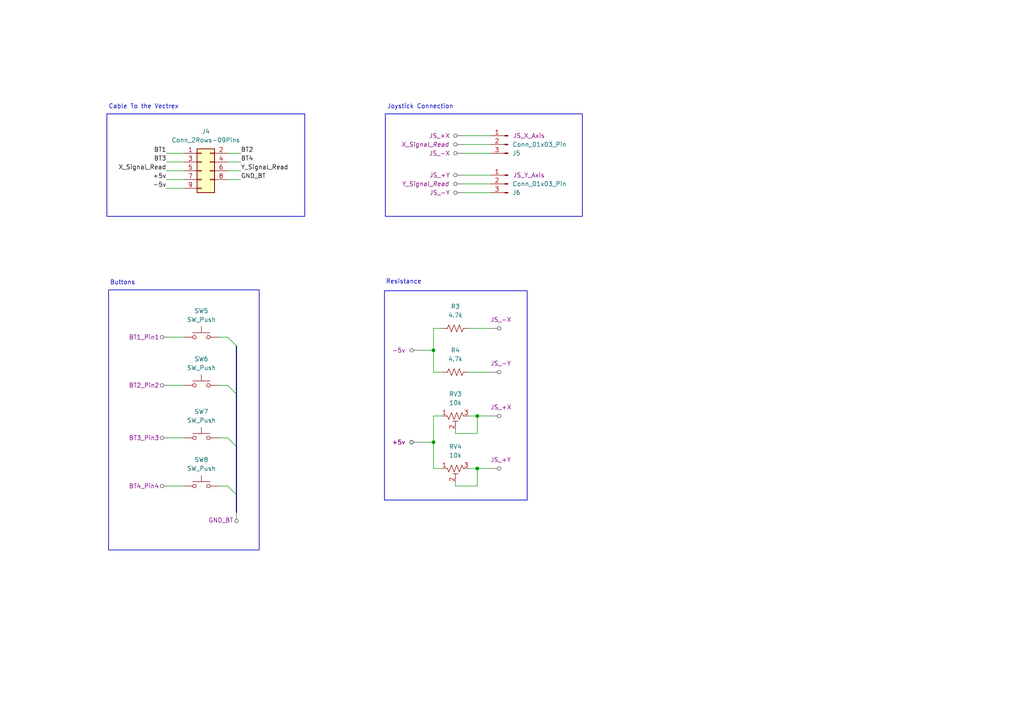
<source format=kicad_sch>
(kicad_sch (version 20231120) (generator "eeschema") (generator_version "8.0")
  (paper "A4")
  (title_block (title "PCB_VectrexController_Remix_2.5v") (date "2024-08-22") (rev "V1.01") (comment 1 "Author : Francis O. Houle"))
  (lib_symbols
    (symbol "Connector:Conn_01x03_Pin" (pin_names (offset 1.016) hide)
      (property "Reference" "J" (at 0 5.08 0))
      (property "Value" "Conn_01x03_Pin" (at 0 -5.08 0))
      (symbol "Conn_01x03_Pin_1_1"
        (polyline (pts (xy 1.27 -2.54) (xy 0.8636 -2.54)) (stroke (width 0.1524)))
        (polyline (pts (xy 1.27 0) (xy 0.8636 0)) (stroke (width 0.1524)))
        (polyline (pts (xy 1.27 2.54) (xy 0.8636 2.54)) (stroke (width 0.1524)))
        (rectangle (start 0.8636 -2.413) (end 0 -2.667) (stroke (width 0.1524)) (fill (type outline)))
        (rectangle (start 0.8636 0.127) (end 0 -0.127) (stroke (width 0.1524)) (fill (type outline)))
        (rectangle (start 0.8636 2.667) (end 0 2.413) (stroke (width 0.1524)) (fill (type outline)))
        (pin passive line (at 5.08 2.54 180) (length 3.81) (name "Pin_1") (number "1"))
        (pin passive line (at 5.08 0 180) (length 3.81) (name "Pin_2") (number "2"))
        (pin passive line (at 5.08 -2.54 180) (length 3.81) (name "Pin_3") (number "3"))
      )
    )
    (symbol "Connector_Generic:Conn_2Rows-09Pins" (pin_names (offset 1.016) hide)
      (property "Reference" "J" (at 1.27 7.62 0))
      (property "Value" "Conn_2Rows-09Pins" (at 1.27 -7.62 0))
      (symbol "Conn_2Rows-09Pins_1_1"
        (rectangle (start -1.27 -4.953) (end 0 -5.207) (stroke (width 0.1524)))
        (rectangle (start -1.27 -2.413) (end 0 -2.667) (stroke (width 0.1524)))
        (rectangle (start -1.27 0.127) (end 0 -0.127) (stroke (width 0.1524)))
        (rectangle (start -1.27 2.667) (end 0 2.413) (stroke (width 0.1524)))
        (rectangle (start -1.27 5.207) (end 0 4.953) (stroke (width 0.1524)))
        (rectangle (start -1.27 6.35) (end 3.81 -6.35) (stroke (width 0.254)) (fill (type background)))
        (rectangle (start 3.81 -2.413) (end 2.54 -2.667) (stroke (width 0.1524)))
        (rectangle (start 3.81 0.127) (end 2.54 -0.127) (stroke (width 0.1524)))
        (rectangle (start 3.81 2.667) (end 2.54 2.413) (stroke (width 0.1524)))
        (rectangle (start 3.81 5.207) (end 2.54 4.953) (stroke (width 0.1524)))
        (pin passive line (at -5.08 5.08 0) (length 3.81) (name "Pin_1") (number "1"))
        (pin passive line (at 7.62 5.08 180) (length 3.81) (name "Pin_2") (number "2"))
        (pin passive line (at -5.08 2.54 0) (length 3.81) (name "Pin_3") (number "3"))
        (pin passive line (at 7.62 2.54 180) (length 3.81) (name "Pin_4") (number "4"))
        (pin passive line (at -5.08 0 0) (length 3.81) (name "Pin_5") (number "5"))
        (pin passive line (at 7.62 0 180) (length 3.81) (name "Pin_6") (number "6"))
        (pin passive line (at -5.08 -2.54 0) (length 3.81) (name "Pin_7") (number "7"))
        (pin passive line (at 7.62 -2.54 180) (length 3.81) (name "Pin_8") (number "8"))
        (pin passive line (at -5.08 -5.08 0) (length 3.81) (name "Pin_9") (number "9"))
      )
    )
    (symbol "Device:R_Potentiometer_Trim_US" (pin_names (offset 1.016) hide)
      (property "Reference" "RV" (at -4.445 0 90))
      (property "Value" "R_Potentiometer_Trim_US" (at -2.54 0 90))
      (symbol "R_Potentiometer_Trim_US_0_1"
        (polyline (pts (xy 0 -2.286) (xy 0 -2.54)))
        (polyline (pts (xy 0 2.286) (xy 0 2.54)))
        (polyline (pts (xy 1.524 0.762) (xy 1.524 -0.762)))
        (polyline (pts (xy 2.54 0) (xy 1.524 0)))
        (polyline (pts (xy 0 -0.762) (xy 1.016 -1.143) (xy 0 -1.524) (xy -1.016 -1.905) (xy 0 -2.286)))
        (polyline (pts (xy 0 0.762) (xy 1.016 0.381) (xy 0 0) (xy -1.016 -0.381) (xy 0 -0.762)))
        (polyline (pts (xy 0 2.286) (xy 1.016 1.905) (xy 0 1.524) (xy -1.016 1.143) (xy 0 0.762)))
      )
      (symbol "R_Potentiometer_Trim_US_1_1"
        (pin passive line (at 0 3.81 270) (length 1.27) (name "1") (number "1"))
        (pin passive line (at 3.81 0 180) (length 1.27) (name "2") (number "2"))
        (pin passive line (at 0 -3.81 90) (length 1.27) (name "3") (number "3"))
      )
    )
    (symbol "Device:R_US" (pin_numbers hide) (pin_names (offset 0))
      (property "Reference" "R" (at 2.54 0 90))
      (property "Value" "R_US" (at -2.54 0 90))
      (symbol "R_US_0_1"
        (polyline (pts (xy 0 -2.286) (xy 0 -2.54)))
        (polyline (pts (xy 0 2.286) (xy 0 2.54)))
        (polyline (pts (xy 0 -0.762) (xy 1.016 -1.143) (xy 0 -1.524) (xy -1.016 -1.905) (xy 0 -2.286)))
        (polyline (pts (xy 0 0.762) (xy 1.016 0.381) (xy 0 0) (xy -1.016 -0.381) (xy 0 -0.762)))
        (polyline (pts (xy 0 2.286) (xy 1.016 1.905) (xy 0 1.524) (xy -1.016 1.143) (xy 0 0.762)))
      )
      (symbol "R_US_1_1"
        (pin passive line (at 0 3.81 270) (length 1.27) (name "~") (number "1"))
        (pin passive line (at 0 -3.81 90) (length 1.27) (name "~") (number "2"))
      )
    )
    (symbol "Switch:SW_Push" (pin_numbers hide) (pin_names (offset 1.016) hide)
      (property "Reference" "SW" (at 1.27 2.54 0))
      (property "Value" "SW_Push" (at 0 -1.524 0))
      (symbol "SW_Push_0_1"
        (circle (center -2.032 0) (radius 0.508))
        (polyline (pts (xy 0 1.27) (xy 0 3.048)))
        (polyline (pts (xy 2.54 1.27) (xy -2.54 1.27)))
        (circle (center 2.032 0) (radius 0.508))
        (pin passive line (at -5.08 0 0) (length 2.54) (name "1") (number "1"))
        (pin passive line (at 5.08 0 180) (length 2.54) (name "2") (number "2"))
      )
    )
  )
  (junction (at 125.73 101.6))
  (junction (at 138.43 120.65))
  (junction (at 138.43 135.89))
  (junction (at 125.73 128.27))
  (bus_entry (at 66.04 127) (size 2.54 2.54))
  (bus_entry (at 66.04 97.79) (size 2.54 2.54))
  (bus_entry (at 66.04 140.97) (size 2.54 2.54))
  (bus_entry (at 66.04 111.76) (size 2.54 2.54))
  (wire (pts (xy 134.62 55.88) (xy 142.24 55.88)))
  (wire (pts (xy 66.04 127) (xy 63.5 127)))
  (wire (pts (xy 125.73 128.27) (xy 125.73 120.65)))
  (wire (pts (xy 125.73 95.25) (xy 128.27 95.25)))
  (wire (pts (xy 48.26 46.99) (xy 53.34 46.99)))
  (wire (pts (xy 69.85 52.07) (xy 66.04 52.07)))
  (wire (pts (xy 66.04 111.76) (xy 63.5 111.76)))
  (wire (pts (xy 134.62 53.34) (xy 142.24 53.34)))
  (wire (pts (xy 132.08 125.73) (xy 138.43 125.73)))
  (wire (pts (xy 121.92 128.27) (xy 125.73 128.27)))
  (wire (pts (xy 135.89 95.25) (xy 142.24 95.25)))
  (bus (pts (xy 68.58 129.54) (xy 68.58 143.51)))
  (wire (pts (xy 138.43 125.73) (xy 138.43 120.65)))
  (wire (pts (xy 134.62 41.91) (xy 142.24 41.91)))
  (wire (pts (xy 48.26 49.53) (xy 53.34 49.53)))
  (wire (pts (xy 125.73 135.89) (xy 128.27 135.89)))
  (bus (pts (xy 68.58 143.51) (xy 68.58 148.59)))
  (wire (pts (xy 49.53 140.97) (xy 53.34 140.97)))
  (wire (pts (xy 135.89 135.89) (xy 138.43 135.89)))
  (wire (pts (xy 132.08 125.73) (xy 132.08 124.46)))
  (wire (pts (xy 63.5 97.79) (xy 66.04 97.79)))
  (wire (pts (xy 135.89 107.95) (xy 142.24 107.95)))
  (wire (pts (xy 48.26 52.07) (xy 53.34 52.07)))
  (bus (pts (xy 68.58 100.33) (xy 68.58 114.3)))
  (wire (pts (xy 132.08 140.97) (xy 138.43 140.97)))
  (wire (pts (xy 49.53 111.76) (xy 53.34 111.76)))
  (wire (pts (xy 125.73 128.27) (xy 125.73 135.89)))
  (wire (pts (xy 121.92 101.6) (xy 125.73 101.6)))
  (wire (pts (xy 135.89 120.65) (xy 138.43 120.65)))
  (wire (pts (xy 138.43 135.89) (xy 142.24 135.89)))
  (wire (pts (xy 138.43 140.97) (xy 138.43 135.89)))
  (wire (pts (xy 134.62 39.37) (xy 142.24 39.37)))
  (wire (pts (xy 48.26 44.45) (xy 53.34 44.45)))
  (wire (pts (xy 49.53 97.79) (xy 53.34 97.79)))
  (bus (pts (xy 68.58 114.3) (xy 68.58 129.54)))
  (wire (pts (xy 66.04 140.97) (xy 63.5 140.97)))
  (wire (pts (xy 132.08 140.97) (xy 132.08 139.7)))
  (wire (pts (xy 134.62 50.8) (xy 142.24 50.8)))
  (wire (pts (xy 48.26 54.61) (xy 53.34 54.61)))
  (wire (pts (xy 128.27 107.95) (xy 125.73 107.95)))
  (wire (pts (xy 134.62 44.45) (xy 142.24 44.45)))
  (wire (pts (xy 138.43 120.65) (xy 142.24 120.65)))
  (wire (pts (xy 69.85 49.53) (xy 66.04 49.53)))
  (wire (pts (xy 125.73 120.65) (xy 128.27 120.65)))
  (wire (pts (xy 125.73 101.6) (xy 125.73 107.95)))
  (wire (pts (xy 69.85 44.45) (xy 66.04 44.45)))
  (wire (pts (xy 49.53 127) (xy 53.34 127)))
  (wire (pts (xy 125.73 101.6) (xy 125.73 95.25)))
  (wire (pts (xy 69.85 46.99) (xy 66.04 46.99)))
  (rectangle (start 111.506 84.328) (end 152.908 145.034) (stroke (width 0.2)))
  (rectangle (start 31.496 84.074) (end 75.184 159.512) (stroke (width 0.2)))
  (rectangle (start 111.76 33.02) (end 168.91 62.738) (stroke (width 0.2)))
  (rectangle (start 30.988 33.02) (end 88.392 62.738) (stroke (width 0.2)))
  (text "Buttons" (at 35.56 82.042 0) (effects (font (size 1.27 1.27))))
  (text "Cable To the Vectrex" (at 41.656 30.988 0) (effects (font (size 1.27 1.27))))
  (text "Resistance" (at 117.094 81.788 0) (effects (font (size 1.27 1.27))))
  (text "Joystick Connection" (at 121.92 30.988 0) (effects (font (size 1.27 1.27))))
  (label "BT2" (at 69.85 44.45 0))
  (label "-5v" (at 48.26 54.61 180))
  (label "X_Signal_Read" (at 48.26 49.53 180) (property "Netclass" "Xread_Pin5" (effects (hide yes))))
  (label "Y_Signal_Read" (at 69.85 49.53 0))
  (label "GND_BT" (at 69.85 52.07 0))
  (label "BT1" (at 48.26 44.45 180))
  (label "" (at 135.89 95.25 0))
  (label "BT3" (at 48.26 46.99 180))
  (label "+5v" (at 48.26 52.07 180))
  (label "BT4" (at 69.85 46.99 0))
  (netclass_flag "" (length 2.54) (shape round) (at 49.53 140.97 90) (property "Netclass" "BT4_Pin4" (at 37.338 140.97 0) (effects (justify left))))
  (netclass_flag "" (length 2.54) (shape round) (at 121.92 128.27 90) (property "Label" "+5v" (at 117.602 128.27 0) (effects (justify right))) (property "Netclass" "5v_Pin7" (effects (hide yes))))
  (netclass_flag "" (length 2.54) (shape round) (at 49.53 111.76 90) (property "Netclass" "BT2_Pin2" (at 37.338 111.76 0) (effects (justify left))))
  (netclass_flag "" (length 2.54) (shape round) (at 142.24 135.89 270) (property "Label" "JS_+Y" (at 142.24 133.35 0) (effects (justify left))) (property "Netclass" "Yread_Pin6" (effects (hide yes))))
  (netclass_flag "" (length 2.54) (shape round) (at 134.62 55.88 90) (property "Label" "JS_-Y" (at 130.556 55.88 0) (effects (justify right))) (property "Netclass" "Yread_Pin6" (effects (hide yes))))
  (netclass_flag "" (length 2.54) (shape round) (at 49.53 127 90) (property "Netclass" "BT3_Pin3" (at 37.338 127 0) (effects (justify left))))
  (netclass_flag "" (length 2.54) (shape round) (at 134.62 41.91 90) (property "Netclass" "Xread_Pin5" (effects (hide yes))) (property "Label" "X_Signal_Read" (at 130.302 41.91 0) (effects (font (italic yes)) (justify right))))
  (netclass_flag "" (length 2.54) (shape round) (at 68.58 148.59 180) (property "Label" "GND_BT" (at 60.452 150.876 0) (effects (justify left))) (property "Netclass" "GND_Pin8" (effects (hide yes))))
  (netclass_flag "" (length 2.54) (shape round) (at 134.62 53.34 90) (property "Netclass" "Yread_Pin6" (effects (hide yes))) (property "Label" "Y_Signal_Read" (at 130.302 53.34 0) (effects (font (italic yes)) (justify right))))
  (netclass_flag "" (length 2.54) (shape round) (at 142.24 120.65 270) (property "Label" "JS_+X" (at 142.24 118.11 0) (effects (justify left))) (property "Netclass" "Xread_Pin5" (effects (hide yes))))
  (netclass_flag "" (length 2.54) (shape round) (at 134.62 44.45 90) (property "Label" "JS_-X" (at 130.556 44.45 0) (effects (justify right))) (property "Netclass" "Xread_Pin5" (effects (hide yes))))
  (netclass_flag "" (length 2.54) (shape round) (at 49.53 97.79 90) (property "Netclass" "BT1_Pin1" (at 37.338 97.79 0) (effects (justify left))))
  (netclass_flag "" (length 2.54) (shape round) (at 121.92 101.6 90) (property "Label" "-5v" (at 117.602 101.6 0) (effects (justify right))) (property "Netclass" "-5v_Pin9" (effects (hide yes))))
  (netclass_flag "" (length 2.54) (shape round) (at 121.92 128.27 90) (property "Label" "+5v" (at 117.602 128.27 0) (effects (justify right))) (property "Netclass" "5v_Pin7" (effects (hide yes))))
  (netclass_flag "" (length 2.54) (shape round) (at 142.24 107.95 270) (property "Label" "JS_-Y" (at 142.24 105.41 0) (effects (justify left))) (property "Netclass" "Yread_Pin6" (effects (hide yes))))
  (netclass_flag "" (length 2.54) (shape round) (at 134.62 39.37 90) (property "Label" "JS_+X" (at 130.556 39.37 0) (effects (justify right))) (property "Netclass" "Xread_Pin5" (effects (hide yes))))
  (netclass_flag "" (length 2.54) (shape round) (at 134.62 50.8 90) (property "Label" "JS_+Y" (at 130.556 50.8 0) (effects (justify right))) (property "Netclass" "Yread_Pin6" (effects (hide yes))))
  (netclass_flag "" (length 2.54) (shape round) (at 142.24 95.25 270) (property "Label" "JS_-X" (at 142.24 92.71 0) (effects (justify left))) (property "Netclass" "Xread_Pin5" (effects (hide yes))))
  (symbol (lib_id "Device:R_US") (at 132.08 107.95 90) (unit 1)
    (property "Reference" "R4" (at 132.08 101.6 90))
    (property "Value" "4.7k" (at 132.08 104.14 90))
    (property "Description" "Resistor, US symbol" (effects (hide yes)))
  )
  (symbol (lib_id "Connector:Conn_01x03_Pin") (at 147.32 53.34 0) (mirror y) (unit 1)
    (property "Reference" "J6" (at 148.59 55.8801 0) (effects (justify right)))
    (property "Value" "Conn_01x03_Pin" (at 148.59 53.3401 0) (effects (justify right)))
    (property "Description" "Generic connector, single row, 01x03, script generated" (effects (hide yes)))
    (property "Label" "JS_Y_Axis" (at 153.416 50.8 0))
  )
  (symbol (lib_id "Connector_Generic:Conn_2Rows-09Pins") (at 58.42 49.53 0) (unit 1)
    (property "Reference" "J4" (at 59.69 38.1 0))
    (property "Value" "Conn_2Rows-09Pins" (at 59.69 40.64 0))
    (property "Description" "Generic connector, double row, 09 pins, odd/even pin numbering scheme (row 1 odd numbers, row 2 even numbers), script generated (kicad-library-utils/schlib/autogen/connector/)" (effects (hide yes)))
  )
  (symbol (lib_id "Switch:SW_Push") (at 58.42 127 0) (unit 1)
    (property "Reference" "SW7" (at 58.42 119.38 0))
    (property "Value" "SW_Push" (at 58.42 121.92 0))
    (property "Description" "Push button switch, generic, two pins" (effects (hide yes)))
  )
  (symbol (lib_id "Switch:SW_Push") (at 58.42 97.79 0) (unit 1)
    (property "Reference" "SW5" (at 58.42 90.17 0))
    (property "Value" "SW_Push" (at 58.42 92.71 0))
    (property "Description" "Push button switch, generic, two pins" (effects (hide yes)))
  )
  (symbol (lib_id "Device:R_US") (at 132.08 95.25 90) (unit 1)
    (property "Reference" "R3" (at 132.08 88.9 90))
    (property "Value" "4.7k" (at 132.08 91.44 90))
    (property "Description" "Resistor, US symbol" (effects (hide yes)))
  )
  (symbol (lib_id "Switch:SW_Push") (at 58.42 140.97 0) (unit 1)
    (property "Reference" "SW8" (at 58.42 133.35 0))
    (property "Value" "SW_Push" (at 58.42 135.89 0))
    (property "Description" "Push button switch, generic, two pins" (effects (hide yes)))
  )
  (symbol (lib_id "Switch:SW_Push") (at 58.42 111.76 0) (unit 1)
    (property "Reference" "SW6" (at 58.42 104.14 0))
    (property "Value" "SW_Push" (at 58.42 106.68 0))
    (property "Description" "Push button switch, generic, two pins" (effects (hide yes)))
  )
  (symbol (lib_id "Device:R_Potentiometer_Trim_US") (at 132.08 120.65 90) (mirror x) (unit 1)
    (property "Reference" "RV3" (at 132.08 114.3 90))
    (property "Value" "10k" (at 132.08 116.84 90))
    (property "Description" "Trim-potentiometer, US symbol" (effects (hide yes)))
  )
  (symbol (lib_id "Connector:Conn_01x03_Pin") (at 147.32 41.91 0) (mirror y) (unit 1)
    (property "Reference" "J5" (at 148.59 44.4501 0) (effects (justify right)))
    (property "Value" "Conn_01x03_Pin" (at 148.59 41.9101 0) (effects (justify right)))
    (property "Description" "Generic connector, single row, 01x03, script generated" (effects (hide yes)))
    (property "Label" "JS_X_Axis" (at 153.416 39.37 0))
  )
  (symbol (lib_id "Device:R_Potentiometer_Trim_US") (at 132.08 135.89 90) (mirror x) (unit 1)
    (property "Reference" "RV4" (at 132.08 129.54 90))
    (property "Value" "10k" (at 132.08 132.08 90))
    (property "Description" "Trim-potentiometer, US symbol" (effects (hide yes)))
  )
)
</source>
